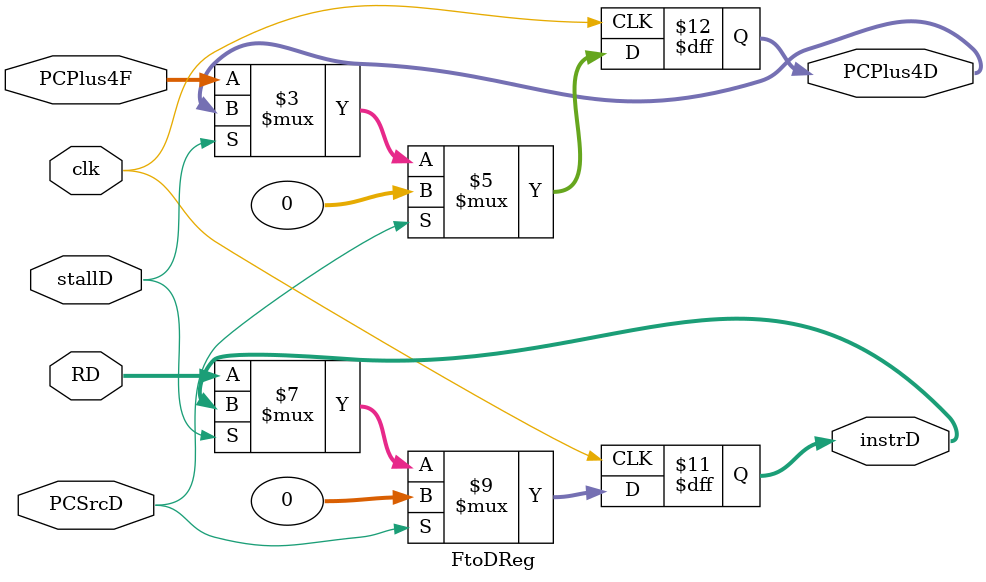
<source format=v>
module FtoDReg(input wire clk, input wire [31:0] RD, input wire stallD,
	input wire PCSrcD, input wire [31:0] PCPlus4F, output reg [31:0] instrD,
	output reg [31:0] PCPlus4D);
always @(posedge clk )
begin
	if (!stallD) //not clear not stall, then go to
		begin
			instrD <= RD;
			PCPlus4D <= PCPlus4F;
		end
		#1 //HACK
	if (PCSrcD) //if jumping, clear
		begin
			instrD <= 0;
			PCPlus4D <= 0;
		end
	end
endmodule

</source>
